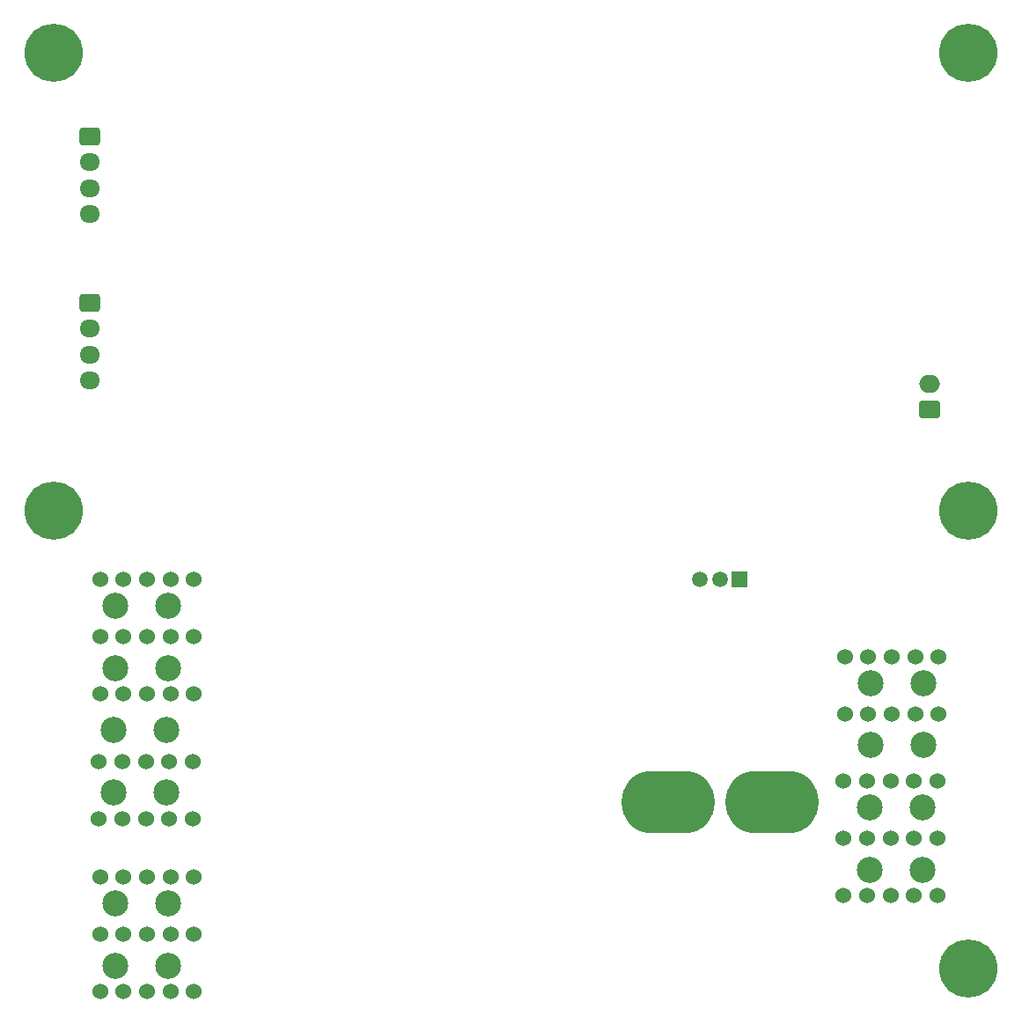
<source format=gbr>
%TF.GenerationSoftware,KiCad,Pcbnew,8.0.3*%
%TF.CreationDate,2024-07-08T19:31:20+01:00*%
%TF.ProjectId,PA_Power,50415f50-6f77-4657-922e-6b696361645f,rev?*%
%TF.SameCoordinates,Original*%
%TF.FileFunction,Soldermask,Bot*%
%TF.FilePolarity,Negative*%
%FSLAX46Y46*%
G04 Gerber Fmt 4.6, Leading zero omitted, Abs format (unit mm)*
G04 Created by KiCad (PCBNEW 8.0.3) date 2024-07-08 19:31:20*
%MOMM*%
%LPD*%
G01*
G04 APERTURE LIST*
G04 Aperture macros list*
%AMRoundRect*
0 Rectangle with rounded corners*
0 $1 Rounding radius*
0 $2 $3 $4 $5 $6 $7 $8 $9 X,Y pos of 4 corners*
0 Add a 4 corners polygon primitive as box body*
4,1,4,$2,$3,$4,$5,$6,$7,$8,$9,$2,$3,0*
0 Add four circle primitives for the rounded corners*
1,1,$1+$1,$2,$3*
1,1,$1+$1,$4,$5*
1,1,$1+$1,$6,$7*
1,1,$1+$1,$8,$9*
0 Add four rect primitives between the rounded corners*
20,1,$1+$1,$2,$3,$4,$5,0*
20,1,$1+$1,$4,$5,$6,$7,0*
20,1,$1+$1,$6,$7,$8,$9,0*
20,1,$1+$1,$8,$9,$2,$3,0*%
%AMHorizOval*
0 Thick line with rounded ends*
0 $1 width*
0 $2 $3 position (X,Y) of the first rounded end (center of the circle)*
0 $4 $5 position (X,Y) of the second rounded end (center of the circle)*
0 Add line between two ends*
20,1,$1,$2,$3,$4,$5,0*
0 Add two circle primitives to create the rounded ends*
1,1,$1,$2,$3*
1,1,$1,$4,$5*%
G04 Aperture macros list end*
%ADD10C,5.600000*%
%ADD11O,1.950000X1.700000*%
%ADD12RoundRect,0.250000X-0.725000X0.600000X-0.725000X-0.600000X0.725000X-0.600000X0.725000X0.600000X0*%
%ADD13O,2.000000X1.700000*%
%ADD14RoundRect,0.250000X0.750000X-0.600000X0.750000X0.600000X-0.750000X0.600000X-0.750000X-0.600000X0*%
%ADD15C,1.524000*%
%ADD16C,2.500000*%
%ADD17HorizOval,0.800000X0.000000X0.000000X0.000000X0.000000X0*%
%ADD18HorizOval,0.800000X0.000000X0.000000X0.000000X0.000000X0*%
%ADD19C,0.800000*%
%ADD20O,9.000000X6.000000*%
%ADD21C,1.500000*%
%ADD22R,1.500000X1.500000*%
G04 APERTURE END LIST*
D10*
%TO.C,H5*%
X119000000Y-70000000D03*
%TD*%
D11*
%TO.C,J5*%
X34500000Y-57500000D03*
X34500000Y-55000000D03*
X34500000Y-52500000D03*
D12*
X34500000Y-50000000D03*
%TD*%
D11*
%TO.C,J6*%
X34500000Y-41500000D03*
X34500000Y-39000000D03*
X34500000Y-36500000D03*
D12*
X34500000Y-34000000D03*
%TD*%
D13*
%TO.C,J7*%
X115300000Y-57790000D03*
D14*
X115300000Y-60290000D03*
%TD*%
D15*
%TO.C,J4*%
X116121400Y-89560000D03*
X116121400Y-84060000D03*
X116000000Y-107033800D03*
X116000000Y-101533800D03*
X116000000Y-96033800D03*
D16*
X114701400Y-92560000D03*
X114701400Y-86560000D03*
X114580000Y-104533800D03*
X114580000Y-98533800D03*
D15*
X113871400Y-89560000D03*
X113871400Y-84060000D03*
X113750000Y-107033800D03*
X113750000Y-101533800D03*
X113750000Y-96033800D03*
X111621400Y-89560000D03*
X111621400Y-84060000D03*
X111500000Y-107033800D03*
X111500000Y-101533800D03*
X111500000Y-96033800D03*
D16*
X109621400Y-92560000D03*
X109621400Y-86560000D03*
X109500000Y-104533800D03*
X109500000Y-98533800D03*
D15*
X109371400Y-89560000D03*
X109371400Y-84060000D03*
X109250000Y-107033800D03*
X109250000Y-101533800D03*
X109250000Y-96033800D03*
X107121400Y-89560000D03*
X107121400Y-84060000D03*
X107000000Y-107033800D03*
X107000000Y-101533800D03*
X107000000Y-96033800D03*
%TD*%
D10*
%TO.C,H2*%
X31000000Y-70000000D03*
%TD*%
D15*
%TO.C,J1*%
X44500000Y-87630000D03*
X44500000Y-82130000D03*
X44500000Y-76630000D03*
X44378600Y-99603800D03*
X44378600Y-94103800D03*
X42250000Y-87630000D03*
X42250000Y-82130000D03*
X42250000Y-76630000D03*
X42128600Y-99603800D03*
X42128600Y-94103800D03*
D16*
X42000000Y-85130000D03*
X42000000Y-79130000D03*
X41878600Y-97103800D03*
X41878600Y-91103800D03*
D15*
X40000000Y-87630000D03*
X40000000Y-82130000D03*
X40000000Y-76630000D03*
X39878600Y-99603800D03*
X39878600Y-94103800D03*
X37750000Y-87630000D03*
X37750000Y-82130000D03*
X37750000Y-76630000D03*
X37628600Y-99603800D03*
X37628600Y-94103800D03*
D16*
X36920000Y-85130000D03*
X36920000Y-79130000D03*
X36798600Y-97103800D03*
X36798600Y-91103800D03*
D15*
X35500000Y-87630000D03*
X35500000Y-82130000D03*
X35500000Y-76630000D03*
X35378600Y-99603800D03*
X35378600Y-94103800D03*
%TD*%
D17*
%TO.C,U4*%
X96140000Y-97390000D03*
D18*
X96140000Y-98650000D03*
D19*
X96890000Y-96360000D03*
X96890000Y-99680000D03*
X98090000Y-95970000D03*
X98090000Y-100070000D03*
X99420000Y-95970000D03*
X99420000Y-100070000D03*
D20*
X100090000Y-98020000D03*
D19*
X100760000Y-95970000D03*
X100760000Y-100070000D03*
X102090000Y-95970000D03*
X102090000Y-100070000D03*
X103290000Y-96360000D03*
X103290000Y-99680000D03*
X104040000Y-97390000D03*
X104040000Y-98650000D03*
X86140000Y-97390000D03*
X86140000Y-98650000D03*
X86890000Y-96360000D03*
X86890000Y-99680000D03*
X88090000Y-95970000D03*
X88090000Y-100070000D03*
X89420000Y-95970000D03*
X89420000Y-100070000D03*
D20*
X90090000Y-98020000D03*
D19*
X90760000Y-95970000D03*
X90760000Y-100070000D03*
X92090000Y-95970000D03*
X92090000Y-100070000D03*
X93290000Y-96360000D03*
X93290000Y-99680000D03*
D18*
X94040000Y-97390000D03*
D17*
X94040000Y-98650000D03*
D21*
X93180000Y-76620000D03*
X95090000Y-76620000D03*
D22*
X97000000Y-76620000D03*
%TD*%
D10*
%TO.C,H3*%
X119000000Y-26000000D03*
%TD*%
%TO.C,H4*%
X31000000Y-26000000D03*
%TD*%
D15*
%TO.C,J2*%
X44500000Y-116260000D03*
X44500000Y-110760000D03*
X44500000Y-105260000D03*
X42250000Y-116260000D03*
X42250000Y-110760000D03*
X42250000Y-105260000D03*
D16*
X42000000Y-113760000D03*
X42000000Y-107760000D03*
D15*
X40000000Y-116260000D03*
X40000000Y-110760000D03*
X40000000Y-105260000D03*
X37750000Y-116260000D03*
X37750000Y-110760000D03*
X37750000Y-105260000D03*
D16*
X36920000Y-113760000D03*
X36920000Y-107760000D03*
D15*
X35500000Y-116260000D03*
X35500000Y-110760000D03*
X35500000Y-105260000D03*
%TD*%
D10*
%TO.C,H1*%
X119000000Y-114000000D03*
%TD*%
M02*

</source>
